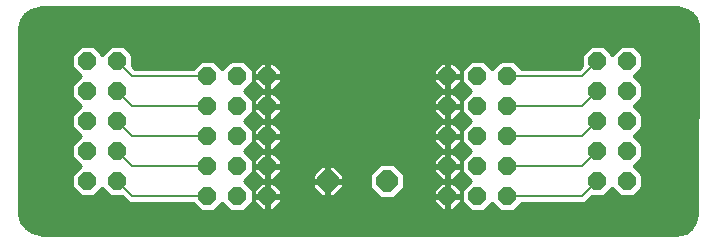
<source format=gtl>
G75*
%MOIN*%
%OFA0B0*%
%FSLAX25Y25*%
%IPPOS*%
%LPD*%
%AMOC8*
5,1,8,0,0,1.08239X$1,22.5*
%
%ADD10OC8,0.06000*%
%ADD11OC8,0.07050*%
%ADD12OC8,0.05937*%
%ADD13C,0.01000*%
%ADD14C,0.00600*%
D10*
X0066500Y0018000D03*
X0076500Y0018000D03*
X0086500Y0018000D03*
X0086500Y0028000D03*
X0076500Y0028000D03*
X0066500Y0028000D03*
X0066500Y0038000D03*
X0076500Y0038000D03*
X0086500Y0038000D03*
X0086500Y0048000D03*
X0076500Y0048000D03*
X0066500Y0048000D03*
X0066500Y0058000D03*
X0076500Y0058000D03*
X0086500Y0058000D03*
X0146500Y0058000D03*
X0156500Y0058000D03*
X0166500Y0058000D03*
X0166500Y0048000D03*
X0156500Y0048000D03*
X0146500Y0048000D03*
X0146500Y0038000D03*
X0156500Y0038000D03*
X0166500Y0038000D03*
X0166500Y0028000D03*
X0156500Y0028000D03*
X0146500Y0028000D03*
X0146500Y0018000D03*
X0156500Y0018000D03*
X0166500Y0018000D03*
D11*
X0126343Y0023000D03*
X0106657Y0023000D03*
D12*
X0036500Y0023000D03*
X0026500Y0023000D03*
X0026500Y0033000D03*
X0036500Y0033000D03*
X0036500Y0043000D03*
X0026500Y0043000D03*
X0026500Y0053000D03*
X0036500Y0053000D03*
X0036500Y0063000D03*
X0026500Y0063000D03*
X0196500Y0063000D03*
X0206500Y0063000D03*
X0206500Y0053000D03*
X0196500Y0053000D03*
X0196500Y0043000D03*
X0206500Y0043000D03*
X0206500Y0033000D03*
X0196500Y0033000D03*
X0196500Y0023000D03*
X0206500Y0023000D03*
D13*
X0011500Y0005100D02*
X0010264Y0005197D01*
X0007913Y0005961D01*
X0005914Y0007414D01*
X0004461Y0009413D01*
X0003697Y0011764D01*
X0003600Y0013000D01*
X0003600Y0073000D01*
X0003697Y0074230D01*
X0004457Y0076569D01*
X0005902Y0078558D01*
X0007892Y0080004D01*
X0010231Y0080764D01*
X0011461Y0080861D01*
X0223500Y0080861D01*
X0224533Y0080779D01*
X0226497Y0080141D01*
X0228167Y0078927D01*
X0229381Y0077257D01*
X0230020Y0075292D01*
X0230101Y0074261D01*
X0229608Y0012578D01*
X0229601Y0012571D01*
X0229601Y0011710D01*
X0229601Y0011700D01*
X0229520Y0010668D01*
X0228881Y0008704D01*
X0227667Y0007033D01*
X0225997Y0005819D01*
X0224033Y0005181D01*
X0223000Y0005100D01*
X0011500Y0005100D01*
X0007856Y0006003D02*
X0226249Y0006003D01*
X0227624Y0007001D02*
X0006481Y0007001D01*
X0005488Y0008000D02*
X0228370Y0008000D01*
X0228977Y0008999D02*
X0004763Y0008999D01*
X0004271Y0009997D02*
X0229301Y0009997D01*
X0229545Y0010996D02*
X0003947Y0010996D01*
X0003679Y0011994D02*
X0229601Y0011994D01*
X0229611Y0012993D02*
X0168705Y0012993D01*
X0168612Y0012900D02*
X0171312Y0015600D01*
X0191977Y0015600D01*
X0192859Y0015965D01*
X0193535Y0016641D01*
X0194826Y0017931D01*
X0198599Y0017931D01*
X0201500Y0020832D01*
X0204401Y0017931D01*
X0208599Y0017931D01*
X0211568Y0020901D01*
X0211568Y0025099D01*
X0208668Y0028000D01*
X0211568Y0030901D01*
X0211568Y0035099D01*
X0208668Y0038000D01*
X0211568Y0040901D01*
X0211568Y0045099D01*
X0208668Y0048000D01*
X0211568Y0050901D01*
X0211568Y0055099D01*
X0208668Y0058000D01*
X0211568Y0060901D01*
X0211568Y0065099D01*
X0208599Y0068068D01*
X0204401Y0068068D01*
X0201500Y0065168D01*
X0198599Y0068068D01*
X0194401Y0068068D01*
X0191431Y0065099D01*
X0191431Y0061326D01*
X0190506Y0060400D01*
X0171312Y0060400D01*
X0168612Y0063100D01*
X0164388Y0063100D01*
X0161500Y0060212D01*
X0158612Y0063100D01*
X0154388Y0063100D01*
X0151400Y0060112D01*
X0151400Y0055888D01*
X0154288Y0053000D01*
X0151400Y0050112D01*
X0151400Y0045888D01*
X0154288Y0043000D01*
X0151400Y0040112D01*
X0151400Y0035888D01*
X0154288Y0033000D01*
X0151400Y0030112D01*
X0151400Y0025888D01*
X0154288Y0023000D01*
X0151400Y0020112D01*
X0151400Y0015888D01*
X0154388Y0012900D01*
X0158612Y0012900D01*
X0161500Y0015788D01*
X0164388Y0012900D01*
X0168612Y0012900D01*
X0169704Y0013991D02*
X0229619Y0013991D01*
X0229627Y0014990D02*
X0170702Y0014990D01*
X0164295Y0012993D02*
X0158705Y0012993D01*
X0159704Y0013991D02*
X0163296Y0013991D01*
X0162298Y0014990D02*
X0160702Y0014990D01*
X0154295Y0012993D02*
X0078705Y0012993D01*
X0078612Y0012900D02*
X0081600Y0015888D01*
X0081600Y0020112D01*
X0078712Y0023000D01*
X0081600Y0025888D01*
X0081600Y0030112D01*
X0078712Y0033000D01*
X0081600Y0035888D01*
X0081600Y0040112D01*
X0078712Y0043000D01*
X0081600Y0045888D01*
X0081600Y0050112D01*
X0078712Y0053000D01*
X0081600Y0055888D01*
X0081600Y0060112D01*
X0078612Y0063100D01*
X0074388Y0063100D01*
X0071500Y0060212D01*
X0068612Y0063100D01*
X0064388Y0063100D01*
X0061688Y0060400D01*
X0042494Y0060400D01*
X0041568Y0061326D01*
X0041568Y0065099D01*
X0038599Y0068068D01*
X0034401Y0068068D01*
X0031500Y0065168D01*
X0028599Y0068068D01*
X0024401Y0068068D01*
X0021431Y0065099D01*
X0021431Y0060901D01*
X0024332Y0058000D01*
X0021431Y0055099D01*
X0021431Y0050901D01*
X0024332Y0048000D01*
X0021431Y0045099D01*
X0021431Y0040901D01*
X0024332Y0038000D01*
X0021431Y0035099D01*
X0021431Y0030901D01*
X0024332Y0028000D01*
X0021431Y0025099D01*
X0021431Y0020901D01*
X0024401Y0017931D01*
X0028599Y0017931D01*
X0031500Y0020832D01*
X0034401Y0017931D01*
X0038174Y0017931D01*
X0039465Y0016641D01*
X0040141Y0015965D01*
X0041023Y0015600D01*
X0061688Y0015600D01*
X0064388Y0012900D01*
X0068612Y0012900D01*
X0071500Y0015788D01*
X0074388Y0012900D01*
X0078612Y0012900D01*
X0079704Y0013991D02*
X0084145Y0013991D01*
X0084636Y0013500D02*
X0086000Y0013500D01*
X0086000Y0017500D01*
X0087000Y0017500D01*
X0087000Y0018500D01*
X0091000Y0018500D01*
X0091000Y0019864D01*
X0088364Y0022500D01*
X0087000Y0022500D01*
X0087000Y0018500D01*
X0086000Y0018500D01*
X0086000Y0022500D01*
X0084636Y0022500D01*
X0082000Y0019864D01*
X0082000Y0018500D01*
X0086000Y0018500D01*
X0086000Y0017500D01*
X0082000Y0017500D01*
X0082000Y0016136D01*
X0084636Y0013500D01*
X0086000Y0013991D02*
X0087000Y0013991D01*
X0087000Y0013500D02*
X0088364Y0013500D01*
X0091000Y0016136D01*
X0091000Y0017500D01*
X0087000Y0017500D01*
X0087000Y0013500D01*
X0088855Y0013991D02*
X0144145Y0013991D01*
X0144636Y0013500D02*
X0146000Y0013500D01*
X0146000Y0017500D01*
X0147000Y0017500D01*
X0147000Y0018500D01*
X0151000Y0018500D01*
X0151000Y0019864D01*
X0148364Y0022500D01*
X0147000Y0022500D01*
X0147000Y0018500D01*
X0146000Y0018500D01*
X0146000Y0022500D01*
X0144636Y0022500D01*
X0142000Y0019864D01*
X0142000Y0018500D01*
X0146000Y0018500D01*
X0146000Y0017500D01*
X0142000Y0017500D01*
X0142000Y0016136D01*
X0144636Y0013500D01*
X0146000Y0013991D02*
X0147000Y0013991D01*
X0147000Y0013500D02*
X0148364Y0013500D01*
X0151000Y0016136D01*
X0151000Y0017500D01*
X0147000Y0017500D01*
X0147000Y0013500D01*
X0148855Y0013991D02*
X0153296Y0013991D01*
X0152298Y0014990D02*
X0149854Y0014990D01*
X0150852Y0015988D02*
X0151400Y0015988D01*
X0151400Y0016987D02*
X0151000Y0016987D01*
X0151400Y0017985D02*
X0147000Y0017985D01*
X0147000Y0016987D02*
X0146000Y0016987D01*
X0146000Y0017985D02*
X0129283Y0017985D01*
X0128672Y0017375D02*
X0131968Y0020670D01*
X0131968Y0025330D01*
X0128672Y0028625D01*
X0124013Y0028625D01*
X0120718Y0025330D01*
X0120718Y0020670D01*
X0124013Y0017375D01*
X0128672Y0017375D01*
X0130281Y0018984D02*
X0142000Y0018984D01*
X0142118Y0019982D02*
X0131280Y0019982D01*
X0131968Y0020981D02*
X0143117Y0020981D01*
X0144115Y0021979D02*
X0131968Y0021979D01*
X0131968Y0022978D02*
X0154265Y0022978D01*
X0153311Y0023976D02*
X0148840Y0023976D01*
X0148364Y0023500D02*
X0151000Y0026136D01*
X0151000Y0027500D01*
X0147000Y0027500D01*
X0147000Y0028500D01*
X0151000Y0028500D01*
X0151000Y0029864D01*
X0148364Y0032500D01*
X0147000Y0032500D01*
X0147000Y0028500D01*
X0146000Y0028500D01*
X0146000Y0032500D01*
X0144636Y0032500D01*
X0142000Y0029864D01*
X0142000Y0028500D01*
X0146000Y0028500D01*
X0146000Y0027500D01*
X0147000Y0027500D01*
X0147000Y0023500D01*
X0148364Y0023500D01*
X0147000Y0023976D02*
X0146000Y0023976D01*
X0146000Y0023500D02*
X0146000Y0027500D01*
X0142000Y0027500D01*
X0142000Y0026136D01*
X0144636Y0023500D01*
X0146000Y0023500D01*
X0144160Y0023976D02*
X0131968Y0023976D01*
X0131968Y0024975D02*
X0143161Y0024975D01*
X0142163Y0025973D02*
X0131324Y0025973D01*
X0130326Y0026972D02*
X0142000Y0026972D01*
X0142000Y0028969D02*
X0091000Y0028969D01*
X0091000Y0028500D02*
X0091000Y0029864D01*
X0088364Y0032500D01*
X0087000Y0032500D01*
X0087000Y0028500D01*
X0091000Y0028500D01*
X0090897Y0029967D02*
X0142103Y0029967D01*
X0143102Y0030966D02*
X0089898Y0030966D01*
X0088900Y0031964D02*
X0144100Y0031964D01*
X0144636Y0033500D02*
X0146000Y0033500D01*
X0146000Y0037500D01*
X0147000Y0037500D01*
X0147000Y0038500D01*
X0151000Y0038500D01*
X0151000Y0039864D01*
X0148364Y0042500D01*
X0147000Y0042500D01*
X0147000Y0038500D01*
X0146000Y0038500D01*
X0146000Y0042500D01*
X0144636Y0042500D01*
X0142000Y0039864D01*
X0142000Y0038500D01*
X0146000Y0038500D01*
X0146000Y0037500D01*
X0142000Y0037500D01*
X0142000Y0036136D01*
X0144636Y0033500D01*
X0144175Y0033961D02*
X0088825Y0033961D01*
X0088364Y0033500D02*
X0091000Y0036136D01*
X0091000Y0037500D01*
X0087000Y0037500D01*
X0087000Y0038500D01*
X0091000Y0038500D01*
X0091000Y0039864D01*
X0088364Y0042500D01*
X0087000Y0042500D01*
X0087000Y0038500D01*
X0086000Y0038500D01*
X0086000Y0042500D01*
X0084636Y0042500D01*
X0082000Y0039864D01*
X0082000Y0038500D01*
X0086000Y0038500D01*
X0086000Y0037500D01*
X0087000Y0037500D01*
X0087000Y0033500D01*
X0088364Y0033500D01*
X0087000Y0033961D02*
X0086000Y0033961D01*
X0086000Y0033500D02*
X0086000Y0037500D01*
X0082000Y0037500D01*
X0082000Y0036136D01*
X0084636Y0033500D01*
X0086000Y0033500D01*
X0086000Y0032500D02*
X0084636Y0032500D01*
X0082000Y0029864D01*
X0082000Y0028500D01*
X0086000Y0028500D01*
X0086000Y0032500D01*
X0086000Y0031964D02*
X0087000Y0031964D01*
X0087000Y0030966D02*
X0086000Y0030966D01*
X0084100Y0031964D02*
X0079748Y0031964D01*
X0080747Y0030966D02*
X0083102Y0030966D01*
X0082103Y0029967D02*
X0081600Y0029967D01*
X0081600Y0028969D02*
X0082000Y0028969D01*
X0081600Y0027970D02*
X0086000Y0027970D01*
X0086000Y0027500D02*
X0082000Y0027500D01*
X0082000Y0026136D01*
X0084636Y0023500D01*
X0086000Y0023500D01*
X0086000Y0027500D01*
X0087000Y0027500D01*
X0087000Y0028500D01*
X0086000Y0028500D01*
X0086000Y0027500D01*
X0086000Y0026972D02*
X0087000Y0026972D01*
X0087000Y0027500D02*
X0087000Y0023500D01*
X0088364Y0023500D01*
X0091000Y0026136D01*
X0091000Y0027500D01*
X0087000Y0027500D01*
X0087000Y0027970D02*
X0104521Y0027970D01*
X0104576Y0028025D02*
X0101632Y0025081D01*
X0101632Y0023500D01*
X0106157Y0023500D01*
X0106157Y0022500D01*
X0101632Y0022500D01*
X0101632Y0020919D01*
X0104576Y0017975D01*
X0106157Y0017975D01*
X0106157Y0022500D01*
X0107157Y0022500D01*
X0107157Y0017975D01*
X0108739Y0017975D01*
X0111682Y0020919D01*
X0111682Y0022500D01*
X0107158Y0022500D01*
X0107158Y0023500D01*
X0111682Y0023500D01*
X0111682Y0025081D01*
X0108739Y0028025D01*
X0107157Y0028025D01*
X0107157Y0023500D01*
X0106157Y0023500D01*
X0106157Y0028025D01*
X0104576Y0028025D01*
X0103523Y0026972D02*
X0091000Y0026972D01*
X0090837Y0025973D02*
X0102524Y0025973D01*
X0101632Y0024975D02*
X0089839Y0024975D01*
X0087000Y0024975D02*
X0086000Y0024975D01*
X0086000Y0025973D02*
X0087000Y0025973D01*
X0083161Y0024975D02*
X0080687Y0024975D01*
X0081600Y0025973D02*
X0082163Y0025973D01*
X0082000Y0026972D02*
X0081600Y0026972D01*
X0086000Y0028969D02*
X0087000Y0028969D01*
X0087000Y0029967D02*
X0086000Y0029967D01*
X0078750Y0032963D02*
X0154250Y0032963D01*
X0153326Y0033961D02*
X0148825Y0033961D01*
X0148364Y0033500D02*
X0151000Y0036136D01*
X0151000Y0037500D01*
X0147000Y0037500D01*
X0147000Y0033500D01*
X0148364Y0033500D01*
X0147000Y0033961D02*
X0146000Y0033961D01*
X0146000Y0034960D02*
X0147000Y0034960D01*
X0147000Y0035958D02*
X0146000Y0035958D01*
X0146000Y0036957D02*
X0147000Y0036957D01*
X0150822Y0035958D02*
X0151400Y0035958D01*
X0151400Y0036957D02*
X0151000Y0036957D01*
X0151400Y0037955D02*
X0147000Y0037955D01*
X0147000Y0038954D02*
X0146000Y0038954D01*
X0146000Y0039952D02*
X0147000Y0039952D01*
X0147000Y0040951D02*
X0146000Y0040951D01*
X0146000Y0041949D02*
X0147000Y0041949D01*
X0148915Y0041949D02*
X0153237Y0041949D01*
X0152238Y0040951D02*
X0149913Y0040951D01*
X0150912Y0039952D02*
X0151400Y0039952D01*
X0151400Y0038954D02*
X0151000Y0038954D01*
X0146000Y0037955D02*
X0087000Y0037955D01*
X0087000Y0038954D02*
X0086000Y0038954D01*
X0086000Y0039952D02*
X0087000Y0039952D01*
X0087000Y0040951D02*
X0086000Y0040951D01*
X0086000Y0041949D02*
X0087000Y0041949D01*
X0088915Y0041949D02*
X0144085Y0041949D01*
X0143087Y0040951D02*
X0089913Y0040951D01*
X0090912Y0039952D02*
X0142088Y0039952D01*
X0142000Y0038954D02*
X0091000Y0038954D01*
X0091000Y0036957D02*
X0142000Y0036957D01*
X0142178Y0035958D02*
X0090822Y0035958D01*
X0089824Y0034960D02*
X0143176Y0034960D01*
X0146000Y0031964D02*
X0147000Y0031964D01*
X0147000Y0030966D02*
X0146000Y0030966D01*
X0148900Y0031964D02*
X0153252Y0031964D01*
X0152253Y0030966D02*
X0149898Y0030966D01*
X0150897Y0029967D02*
X0151400Y0029967D01*
X0151400Y0028969D02*
X0151000Y0028969D01*
X0151400Y0027970D02*
X0147000Y0027970D01*
X0147000Y0026972D02*
X0146000Y0026972D01*
X0146000Y0027970D02*
X0129327Y0027970D01*
X0123358Y0027970D02*
X0108794Y0027970D01*
X0109792Y0026972D02*
X0122359Y0026972D01*
X0121361Y0025973D02*
X0110791Y0025973D01*
X0111682Y0024975D02*
X0120718Y0024975D01*
X0120718Y0023976D02*
X0111682Y0023976D01*
X0111682Y0021979D02*
X0120718Y0021979D01*
X0120718Y0020981D02*
X0111682Y0020981D01*
X0110746Y0019982D02*
X0121405Y0019982D01*
X0122404Y0018984D02*
X0109748Y0018984D01*
X0108749Y0017985D02*
X0123402Y0017985D01*
X0120718Y0022978D02*
X0107158Y0022978D01*
X0107157Y0023976D02*
X0106157Y0023976D01*
X0106157Y0022978D02*
X0078735Y0022978D01*
X0079689Y0023976D02*
X0084160Y0023976D01*
X0086000Y0023976D02*
X0087000Y0023976D01*
X0088840Y0023976D02*
X0101632Y0023976D01*
X0101632Y0021979D02*
X0088885Y0021979D01*
X0089883Y0020981D02*
X0101632Y0020981D01*
X0102569Y0019982D02*
X0090882Y0019982D01*
X0091000Y0018984D02*
X0103567Y0018984D01*
X0106157Y0018984D02*
X0107157Y0018984D01*
X0107157Y0019982D02*
X0106157Y0019982D01*
X0106157Y0020981D02*
X0107157Y0020981D01*
X0107157Y0021979D02*
X0106157Y0021979D01*
X0106157Y0024975D02*
X0107157Y0024975D01*
X0107157Y0025973D02*
X0106157Y0025973D01*
X0106157Y0026972D02*
X0107157Y0026972D01*
X0107157Y0027970D02*
X0106157Y0027970D01*
X0087000Y0021979D02*
X0086000Y0021979D01*
X0086000Y0020981D02*
X0087000Y0020981D01*
X0087000Y0019982D02*
X0086000Y0019982D01*
X0086000Y0018984D02*
X0087000Y0018984D01*
X0087000Y0017985D02*
X0104566Y0017985D01*
X0106157Y0017985D02*
X0107157Y0017985D01*
X0091000Y0016987D02*
X0142000Y0016987D01*
X0142148Y0015988D02*
X0090852Y0015988D01*
X0089854Y0014990D02*
X0143146Y0014990D01*
X0146000Y0014990D02*
X0147000Y0014990D01*
X0147000Y0015988D02*
X0146000Y0015988D01*
X0146000Y0018984D02*
X0147000Y0018984D01*
X0147000Y0019982D02*
X0146000Y0019982D01*
X0146000Y0020981D02*
X0147000Y0020981D01*
X0147000Y0021979D02*
X0146000Y0021979D01*
X0148885Y0021979D02*
X0153267Y0021979D01*
X0152268Y0020981D02*
X0149883Y0020981D01*
X0150882Y0019982D02*
X0151400Y0019982D01*
X0151400Y0018984D02*
X0151000Y0018984D01*
X0149839Y0024975D02*
X0152313Y0024975D01*
X0151400Y0025973D02*
X0150837Y0025973D01*
X0151000Y0026972D02*
X0151400Y0026972D01*
X0147000Y0025973D02*
X0146000Y0025973D01*
X0146000Y0024975D02*
X0147000Y0024975D01*
X0147000Y0028969D02*
X0146000Y0028969D01*
X0146000Y0029967D02*
X0147000Y0029967D01*
X0149824Y0034960D02*
X0152328Y0034960D01*
X0154235Y0042948D02*
X0078765Y0042948D01*
X0079763Y0041949D02*
X0084085Y0041949D01*
X0083087Y0040951D02*
X0080762Y0040951D01*
X0081600Y0039952D02*
X0082088Y0039952D01*
X0082000Y0038954D02*
X0081600Y0038954D01*
X0081600Y0037955D02*
X0086000Y0037955D01*
X0086000Y0036957D02*
X0087000Y0036957D01*
X0087000Y0035958D02*
X0086000Y0035958D01*
X0086000Y0034960D02*
X0087000Y0034960D01*
X0084175Y0033961D02*
X0079674Y0033961D01*
X0080672Y0034960D02*
X0083176Y0034960D01*
X0082178Y0035958D02*
X0081600Y0035958D01*
X0081600Y0036957D02*
X0082000Y0036957D01*
X0084636Y0043500D02*
X0086000Y0043500D01*
X0086000Y0047500D01*
X0087000Y0047500D01*
X0087000Y0048500D01*
X0091000Y0048500D01*
X0091000Y0049864D01*
X0088364Y0052500D01*
X0087000Y0052500D01*
X0087000Y0048500D01*
X0086000Y0048500D01*
X0086000Y0052500D01*
X0084636Y0052500D01*
X0082000Y0049864D01*
X0082000Y0048500D01*
X0086000Y0048500D01*
X0086000Y0047500D01*
X0082000Y0047500D01*
X0082000Y0046136D01*
X0084636Y0043500D01*
X0084190Y0043946D02*
X0079659Y0043946D01*
X0080657Y0044945D02*
X0083191Y0044945D01*
X0082193Y0045943D02*
X0081600Y0045943D01*
X0081600Y0046942D02*
X0082000Y0046942D01*
X0081600Y0047940D02*
X0086000Y0047940D01*
X0086000Y0046942D02*
X0087000Y0046942D01*
X0087000Y0047500D02*
X0087000Y0043500D01*
X0088364Y0043500D01*
X0091000Y0046136D01*
X0091000Y0047500D01*
X0087000Y0047500D01*
X0087000Y0047940D02*
X0146000Y0047940D01*
X0146000Y0047500D02*
X0142000Y0047500D01*
X0142000Y0046136D01*
X0144636Y0043500D01*
X0146000Y0043500D01*
X0146000Y0047500D01*
X0147000Y0047500D01*
X0147000Y0048500D01*
X0151000Y0048500D01*
X0151000Y0049864D01*
X0148364Y0052500D01*
X0147000Y0052500D01*
X0147000Y0048500D01*
X0146000Y0048500D01*
X0146000Y0052500D01*
X0144636Y0052500D01*
X0142000Y0049864D01*
X0142000Y0048500D01*
X0146000Y0048500D01*
X0146000Y0047500D01*
X0146000Y0046942D02*
X0147000Y0046942D01*
X0147000Y0047500D02*
X0147000Y0043500D01*
X0148364Y0043500D01*
X0151000Y0046136D01*
X0151000Y0047500D01*
X0147000Y0047500D01*
X0147000Y0047940D02*
X0151400Y0047940D01*
X0151400Y0046942D02*
X0151000Y0046942D01*
X0150807Y0045943D02*
X0151400Y0045943D01*
X0152343Y0044945D02*
X0149809Y0044945D01*
X0148810Y0043946D02*
X0153341Y0043946D01*
X0147000Y0043946D02*
X0146000Y0043946D01*
X0146000Y0044945D02*
X0147000Y0044945D01*
X0147000Y0045943D02*
X0146000Y0045943D01*
X0143191Y0044945D02*
X0089809Y0044945D01*
X0090807Y0045943D02*
X0142193Y0045943D01*
X0142000Y0046942D02*
X0091000Y0046942D01*
X0091000Y0048939D02*
X0142000Y0048939D01*
X0142074Y0049937D02*
X0090926Y0049937D01*
X0089928Y0050936D02*
X0143072Y0050936D01*
X0144071Y0051934D02*
X0088929Y0051934D01*
X0087000Y0051934D02*
X0086000Y0051934D01*
X0086000Y0050936D02*
X0087000Y0050936D01*
X0087000Y0049937D02*
X0086000Y0049937D01*
X0083072Y0050936D02*
X0080776Y0050936D01*
X0081600Y0049937D02*
X0082074Y0049937D01*
X0082000Y0048939D02*
X0081600Y0048939D01*
X0086000Y0048939D02*
X0087000Y0048939D01*
X0087000Y0045943D02*
X0086000Y0045943D01*
X0086000Y0044945D02*
X0087000Y0044945D01*
X0087000Y0043946D02*
X0086000Y0043946D01*
X0088810Y0043946D02*
X0144190Y0043946D01*
X0146000Y0048939D02*
X0147000Y0048939D01*
X0151000Y0048939D02*
X0151400Y0048939D01*
X0151400Y0049937D02*
X0150926Y0049937D01*
X0149928Y0050936D02*
X0152224Y0050936D01*
X0153222Y0051934D02*
X0148929Y0051934D01*
X0147000Y0051934D02*
X0146000Y0051934D01*
X0146000Y0050936D02*
X0147000Y0050936D01*
X0147000Y0049937D02*
X0146000Y0049937D01*
X0146000Y0053500D02*
X0146000Y0057500D01*
X0147000Y0057500D01*
X0147000Y0058500D01*
X0151000Y0058500D01*
X0151000Y0059864D01*
X0148364Y0062500D01*
X0147000Y0062500D01*
X0147000Y0058500D01*
X0146000Y0058500D01*
X0146000Y0062500D01*
X0144636Y0062500D01*
X0142000Y0059864D01*
X0142000Y0058500D01*
X0146000Y0058500D01*
X0146000Y0057500D01*
X0142000Y0057500D01*
X0142000Y0056136D01*
X0144636Y0053500D01*
X0146000Y0053500D01*
X0146000Y0053932D02*
X0147000Y0053932D01*
X0147000Y0053500D02*
X0148364Y0053500D01*
X0151000Y0056136D01*
X0151000Y0057500D01*
X0147000Y0057500D01*
X0147000Y0053500D01*
X0147000Y0054930D02*
X0146000Y0054930D01*
X0144205Y0053932D02*
X0088795Y0053932D01*
X0088364Y0053500D02*
X0091000Y0056136D01*
X0091000Y0057500D01*
X0087000Y0057500D01*
X0087000Y0058500D01*
X0091000Y0058500D01*
X0091000Y0059864D01*
X0088364Y0062500D01*
X0087000Y0062500D01*
X0087000Y0058500D01*
X0086000Y0058500D01*
X0086000Y0062500D01*
X0084636Y0062500D01*
X0082000Y0059864D01*
X0082000Y0058500D01*
X0086000Y0058500D01*
X0086000Y0057500D01*
X0087000Y0057500D01*
X0087000Y0053500D01*
X0088364Y0053500D01*
X0087000Y0053932D02*
X0086000Y0053932D01*
X0086000Y0053500D02*
X0086000Y0057500D01*
X0082000Y0057500D01*
X0082000Y0056136D01*
X0084636Y0053500D01*
X0086000Y0053500D01*
X0086000Y0054930D02*
X0087000Y0054930D01*
X0089794Y0054930D02*
X0143206Y0054930D01*
X0142207Y0055929D02*
X0090792Y0055929D01*
X0091000Y0056927D02*
X0142000Y0056927D01*
X0142000Y0058924D02*
X0091000Y0058924D01*
X0090941Y0059923D02*
X0142059Y0059923D01*
X0143057Y0060921D02*
X0089943Y0060921D01*
X0087000Y0060921D02*
X0086000Y0060921D01*
X0086000Y0059923D02*
X0087000Y0059923D01*
X0087000Y0058924D02*
X0086000Y0058924D01*
X0086000Y0057926D02*
X0081600Y0057926D01*
X0081600Y0058924D02*
X0082000Y0058924D01*
X0082059Y0059923D02*
X0081600Y0059923D01*
X0080791Y0060921D02*
X0083057Y0060921D01*
X0084056Y0061920D02*
X0079793Y0061920D01*
X0078794Y0062918D02*
X0154206Y0062918D01*
X0153207Y0061920D02*
X0148944Y0061920D01*
X0147000Y0061920D02*
X0146000Y0061920D01*
X0144056Y0061920D02*
X0088944Y0061920D01*
X0087000Y0061920D02*
X0086000Y0061920D01*
X0087000Y0057926D02*
X0146000Y0057926D01*
X0146000Y0058924D02*
X0147000Y0058924D01*
X0147000Y0057926D02*
X0151400Y0057926D01*
X0151400Y0058924D02*
X0151000Y0058924D01*
X0150941Y0059923D02*
X0151400Y0059923D01*
X0152209Y0060921D02*
X0149943Y0060921D01*
X0147000Y0060921D02*
X0146000Y0060921D01*
X0146000Y0059923D02*
X0147000Y0059923D01*
X0147000Y0056927D02*
X0146000Y0056927D01*
X0146000Y0055929D02*
X0147000Y0055929D01*
X0150792Y0055929D02*
X0151400Y0055929D01*
X0151400Y0056927D02*
X0151000Y0056927D01*
X0149794Y0054930D02*
X0152357Y0054930D01*
X0153356Y0053932D02*
X0148795Y0053932D01*
X0154221Y0052933D02*
X0078779Y0052933D01*
X0079644Y0053932D02*
X0084205Y0053932D01*
X0083206Y0054930D02*
X0080642Y0054930D01*
X0081600Y0055929D02*
X0082207Y0055929D01*
X0082000Y0056927D02*
X0081600Y0056927D01*
X0086000Y0056927D02*
X0087000Y0056927D01*
X0087000Y0055929D02*
X0086000Y0055929D01*
X0084071Y0051934D02*
X0079778Y0051934D01*
X0072209Y0060921D02*
X0070791Y0060921D01*
X0069793Y0061920D02*
X0073207Y0061920D01*
X0074206Y0062918D02*
X0068794Y0062918D01*
X0064206Y0062918D02*
X0041568Y0062918D01*
X0041568Y0061920D02*
X0063207Y0061920D01*
X0062209Y0060921D02*
X0041973Y0060921D01*
X0041568Y0063917D02*
X0191431Y0063917D01*
X0191431Y0064915D02*
X0041568Y0064915D01*
X0040754Y0065914D02*
X0192246Y0065914D01*
X0193244Y0066912D02*
X0039756Y0066912D01*
X0038757Y0067911D02*
X0194243Y0067911D01*
X0198757Y0067911D02*
X0204243Y0067911D01*
X0203244Y0066912D02*
X0199756Y0066912D01*
X0200754Y0065914D02*
X0202246Y0065914D01*
X0208757Y0067911D02*
X0230050Y0067911D01*
X0230042Y0066912D02*
X0209756Y0066912D01*
X0210754Y0065914D02*
X0230034Y0065914D01*
X0230026Y0064915D02*
X0211568Y0064915D01*
X0211568Y0063917D02*
X0230018Y0063917D01*
X0230010Y0062918D02*
X0211568Y0062918D01*
X0211568Y0061920D02*
X0230002Y0061920D01*
X0229994Y0060921D02*
X0211568Y0060921D01*
X0210591Y0059923D02*
X0229986Y0059923D01*
X0229978Y0058924D02*
X0209592Y0058924D01*
X0208742Y0057926D02*
X0229970Y0057926D01*
X0229962Y0056927D02*
X0209741Y0056927D01*
X0210739Y0055929D02*
X0229954Y0055929D01*
X0229946Y0054930D02*
X0211568Y0054930D01*
X0211568Y0053932D02*
X0229938Y0053932D01*
X0229930Y0052933D02*
X0211568Y0052933D01*
X0211568Y0051934D02*
X0229922Y0051934D01*
X0229914Y0050936D02*
X0211568Y0050936D01*
X0210605Y0049937D02*
X0229906Y0049937D01*
X0229898Y0048939D02*
X0209607Y0048939D01*
X0208727Y0047940D02*
X0229890Y0047940D01*
X0229882Y0046942D02*
X0209726Y0046942D01*
X0210724Y0045943D02*
X0229874Y0045943D01*
X0229866Y0044945D02*
X0211568Y0044945D01*
X0211568Y0043946D02*
X0229858Y0043946D01*
X0229850Y0042948D02*
X0211568Y0042948D01*
X0211568Y0041949D02*
X0229842Y0041949D01*
X0229835Y0040951D02*
X0211568Y0040951D01*
X0210620Y0039952D02*
X0229827Y0039952D01*
X0229819Y0038954D02*
X0209622Y0038954D01*
X0208713Y0037955D02*
X0229811Y0037955D01*
X0229803Y0036957D02*
X0209711Y0036957D01*
X0210710Y0035958D02*
X0229795Y0035958D01*
X0229787Y0034960D02*
X0211568Y0034960D01*
X0211568Y0033961D02*
X0229779Y0033961D01*
X0229771Y0032963D02*
X0211568Y0032963D01*
X0211568Y0031964D02*
X0229763Y0031964D01*
X0229755Y0030966D02*
X0211568Y0030966D01*
X0210635Y0029967D02*
X0229747Y0029967D01*
X0229739Y0028969D02*
X0209637Y0028969D01*
X0208698Y0027970D02*
X0229731Y0027970D01*
X0229723Y0026972D02*
X0209696Y0026972D01*
X0210695Y0025973D02*
X0229715Y0025973D01*
X0229707Y0024975D02*
X0211568Y0024975D01*
X0211568Y0023976D02*
X0229699Y0023976D01*
X0229691Y0022978D02*
X0211568Y0022978D01*
X0211568Y0021979D02*
X0229683Y0021979D01*
X0229675Y0020981D02*
X0211568Y0020981D01*
X0210650Y0019982D02*
X0229667Y0019982D01*
X0229659Y0018984D02*
X0209652Y0018984D01*
X0208653Y0017985D02*
X0229651Y0017985D01*
X0229643Y0016987D02*
X0193881Y0016987D01*
X0192882Y0015988D02*
X0229635Y0015988D01*
X0204347Y0017985D02*
X0198653Y0017985D01*
X0199652Y0018984D02*
X0203348Y0018984D01*
X0202350Y0019982D02*
X0200650Y0019982D01*
X0191027Y0060921D02*
X0170791Y0060921D01*
X0169793Y0061920D02*
X0191431Y0061920D01*
X0191431Y0062918D02*
X0168794Y0062918D01*
X0164206Y0062918D02*
X0158794Y0062918D01*
X0159793Y0061920D02*
X0163207Y0061920D01*
X0162209Y0060921D02*
X0160791Y0060921D01*
X0226839Y0079893D02*
X0007739Y0079893D01*
X0006365Y0078894D02*
X0228191Y0078894D01*
X0228917Y0077896D02*
X0005421Y0077896D01*
X0004696Y0076897D02*
X0229498Y0076897D01*
X0229823Y0075899D02*
X0004239Y0075899D01*
X0003915Y0074900D02*
X0230050Y0074900D01*
X0230098Y0073902D02*
X0003671Y0073902D01*
X0003600Y0072903D02*
X0230090Y0072903D01*
X0230082Y0071905D02*
X0003600Y0071905D01*
X0003600Y0070906D02*
X0230074Y0070906D01*
X0230066Y0069908D02*
X0003600Y0069908D01*
X0003600Y0068909D02*
X0230058Y0068909D01*
X0087000Y0016987D02*
X0086000Y0016987D01*
X0086000Y0017985D02*
X0081600Y0017985D01*
X0081600Y0016987D02*
X0082000Y0016987D01*
X0082148Y0015988D02*
X0081600Y0015988D01*
X0080702Y0014990D02*
X0083146Y0014990D01*
X0086000Y0014990D02*
X0087000Y0014990D01*
X0087000Y0015988D02*
X0086000Y0015988D01*
X0082000Y0018984D02*
X0081600Y0018984D01*
X0081600Y0019982D02*
X0082118Y0019982D01*
X0083117Y0020981D02*
X0080732Y0020981D01*
X0079733Y0021979D02*
X0084115Y0021979D01*
X0072298Y0014990D02*
X0070702Y0014990D01*
X0069704Y0013991D02*
X0073296Y0013991D01*
X0074295Y0012993D02*
X0068705Y0012993D01*
X0064295Y0012993D02*
X0003601Y0012993D01*
X0003600Y0013991D02*
X0063296Y0013991D01*
X0062298Y0014990D02*
X0003600Y0014990D01*
X0003600Y0015988D02*
X0040118Y0015988D01*
X0039119Y0016987D02*
X0003600Y0016987D01*
X0003600Y0017985D02*
X0024347Y0017985D01*
X0023348Y0018984D02*
X0003600Y0018984D01*
X0003600Y0019982D02*
X0022350Y0019982D01*
X0021431Y0020981D02*
X0003600Y0020981D01*
X0003600Y0021979D02*
X0021431Y0021979D01*
X0021431Y0022978D02*
X0003600Y0022978D01*
X0003600Y0023976D02*
X0021431Y0023976D01*
X0021431Y0024975D02*
X0003600Y0024975D01*
X0003600Y0025973D02*
X0022305Y0025973D01*
X0023304Y0026972D02*
X0003600Y0026972D01*
X0003600Y0027970D02*
X0024302Y0027970D01*
X0023363Y0028969D02*
X0003600Y0028969D01*
X0003600Y0029967D02*
X0022365Y0029967D01*
X0021431Y0030966D02*
X0003600Y0030966D01*
X0003600Y0031964D02*
X0021431Y0031964D01*
X0021431Y0032963D02*
X0003600Y0032963D01*
X0003600Y0033961D02*
X0021431Y0033961D01*
X0021431Y0034960D02*
X0003600Y0034960D01*
X0003600Y0035958D02*
X0022290Y0035958D01*
X0023289Y0036957D02*
X0003600Y0036957D01*
X0003600Y0037955D02*
X0024287Y0037955D01*
X0023378Y0038954D02*
X0003600Y0038954D01*
X0003600Y0039952D02*
X0022380Y0039952D01*
X0021431Y0040951D02*
X0003600Y0040951D01*
X0003600Y0041949D02*
X0021431Y0041949D01*
X0021431Y0042948D02*
X0003600Y0042948D01*
X0003600Y0043946D02*
X0021431Y0043946D01*
X0021431Y0044945D02*
X0003600Y0044945D01*
X0003600Y0045943D02*
X0022275Y0045943D01*
X0023274Y0046942D02*
X0003600Y0046942D01*
X0003600Y0047940D02*
X0024273Y0047940D01*
X0023393Y0048939D02*
X0003600Y0048939D01*
X0003600Y0049937D02*
X0022395Y0049937D01*
X0021431Y0050936D02*
X0003600Y0050936D01*
X0003600Y0051934D02*
X0021431Y0051934D01*
X0021431Y0052933D02*
X0003600Y0052933D01*
X0003600Y0053932D02*
X0021431Y0053932D01*
X0021431Y0054930D02*
X0003600Y0054930D01*
X0003600Y0055929D02*
X0022261Y0055929D01*
X0023259Y0056927D02*
X0003600Y0056927D01*
X0003600Y0057926D02*
X0024258Y0057926D01*
X0023408Y0058924D02*
X0003600Y0058924D01*
X0003600Y0059923D02*
X0022409Y0059923D01*
X0021431Y0060921D02*
X0003600Y0060921D01*
X0003600Y0061920D02*
X0021431Y0061920D01*
X0021431Y0062918D02*
X0003600Y0062918D01*
X0003600Y0063917D02*
X0021431Y0063917D01*
X0021431Y0064915D02*
X0003600Y0064915D01*
X0003600Y0065914D02*
X0022246Y0065914D01*
X0023244Y0066912D02*
X0003600Y0066912D01*
X0003600Y0067911D02*
X0024243Y0067911D01*
X0028757Y0067911D02*
X0034243Y0067911D01*
X0033244Y0066912D02*
X0029756Y0066912D01*
X0030754Y0065914D02*
X0032246Y0065914D01*
X0032350Y0019982D02*
X0030650Y0019982D01*
X0029652Y0018984D02*
X0033348Y0018984D01*
X0034347Y0017985D02*
X0028653Y0017985D01*
D14*
X0036500Y0023000D02*
X0041500Y0018000D01*
X0066500Y0018000D01*
X0066500Y0028000D02*
X0041500Y0028000D01*
X0036500Y0033000D01*
X0041500Y0038000D02*
X0066500Y0038000D01*
X0066500Y0048000D02*
X0041500Y0048000D01*
X0036500Y0053000D01*
X0041500Y0058000D02*
X0066500Y0058000D01*
X0041500Y0058000D02*
X0036500Y0063000D01*
X0036500Y0043000D02*
X0041500Y0038000D01*
X0166500Y0038000D02*
X0191500Y0038000D01*
X0196500Y0043000D01*
X0191500Y0048000D02*
X0166500Y0048000D01*
X0191500Y0048000D02*
X0196500Y0053000D01*
X0191500Y0058000D02*
X0166500Y0058000D01*
X0191500Y0058000D02*
X0196500Y0063000D01*
X0196500Y0033000D02*
X0191500Y0028000D01*
X0166500Y0028000D01*
X0166500Y0018000D02*
X0191500Y0018000D01*
X0196500Y0023000D01*
M02*

</source>
